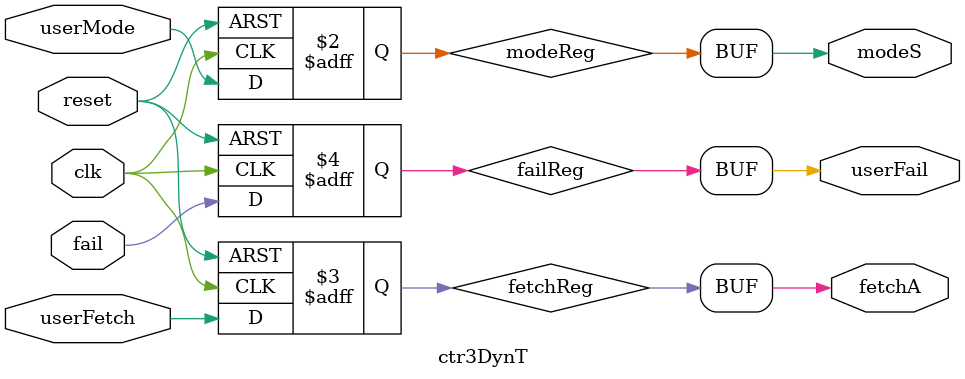
<source format=v>




module ctr3DynT(clk, reset, // standart inputs
					fail, modeS, fetchA, // to manipulate Memory blocks
					userMode, // to manipulte the reading of Input buffer
					userFetch, // to manipulate the output buffer
					userFail
					);
	input clk; //global synch. clock
	input reset; //global reset signal
	input fail; // error detection wire
	output modeS;// to manipulate Memory blocks
	output fetchA; 
	input userMode; // to manipulte the reading of Input buffer
	input userFetch;  // to manipulate the output buffer
	output userFail; 
	
	//Registers
	reg modeReg;
	reg fetchReg;
	reg failReg;
	
	assign modeS= modeReg;
	assign fetchA=fetchReg;
	assign userFail=failReg;
	
always @ (posedge clk or posedge reset)
	begin 
		if (reset)
			begin				
				modeReg<=0; 
				fetchReg<=0;
				failReg<=0;
			end
		else 
			begin: fsm
				modeReg<=userMode; 
				fetchReg<=userFetch;
				failReg<= fail;
			end
	end
endmodule

//NOTE; such voting will save only agains 1 SEU, synchronization is not established
//TODO: create re-synchronization between counters-> should be efficient
//ctr[3]||reset dropped frequency from 361 to <150Mhz-> so no the best choice

// module ctr2RecTmr(clk, reset, ctr, errFlag); // TMR counter for TTR ctr signals
	// input	clk; //global synch. clock
	// input 	[2:0]reset; //global reset sygnal
	// output	[1:0]ctr; //control outpus for Time Redundancy
	// input	[2:0]errFlag;// Error Flag- indicates that the recovery procedure is in progress and 00 in ctr is required
	
	// wire [5:0]ctrL;
	// // counters instantiation
	// genvar i;
	// generate
		// for (i=0;i<3; i=i+1)
		// begin: ripple
			// ctr2RecT count(clk, reset[i],ctrL[1+2*i:0+2*i], errFlag[i])/*synthesis syn_preserve = 1*/; 
		// end
	// endgenerate
	// // voters instantiation
	// genvar i;
	// generate
	// for (i=0;i<2; i=i+1)
		// begin: ripple
			// voter1 V(ctr[i],ctrL[0+i],ctrL[2+i],ctrL[4+i])/*synthesis syn_preserve = 1*/; 
		// end
	// endgenerate
// endmodule	
	
	
</source>
